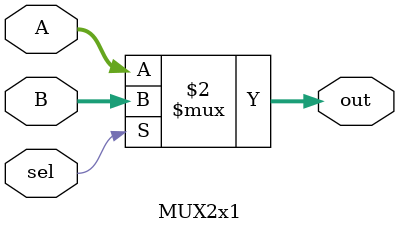
<source format=v>
module MUX2x1(input [7:0] A, input [7:0] B, input sel, output [7:0] out);
	assign out = (sel == 1 ? B : A);
endmodule


</source>
